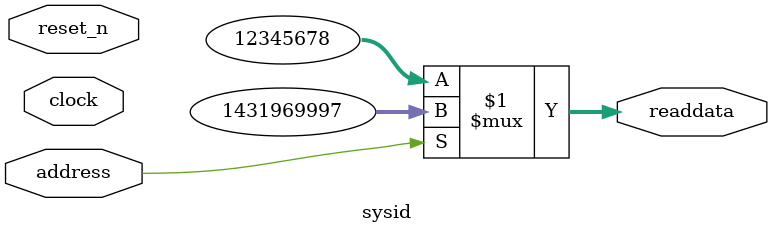
<source format=v>

`timescale 1ns / 1ps
// synthesis translate_on

// turn off superfluous verilog processor warnings 
// altera message_level Level1 
// altera message_off 10034 10035 10036 10037 10230 10240 10030 

module sysid (
               // inputs:
                address,
                clock,
                reset_n,

               // outputs:
                readdata
             )
;

  output  [ 31: 0] readdata;
  input            address;
  input            clock;
  input            reset_n;

  wire    [ 31: 0] readdata;
  //control_slave, which is an e_avalon_slave
  assign readdata = address ? 1431969997 : 12345678;

endmodule


</source>
